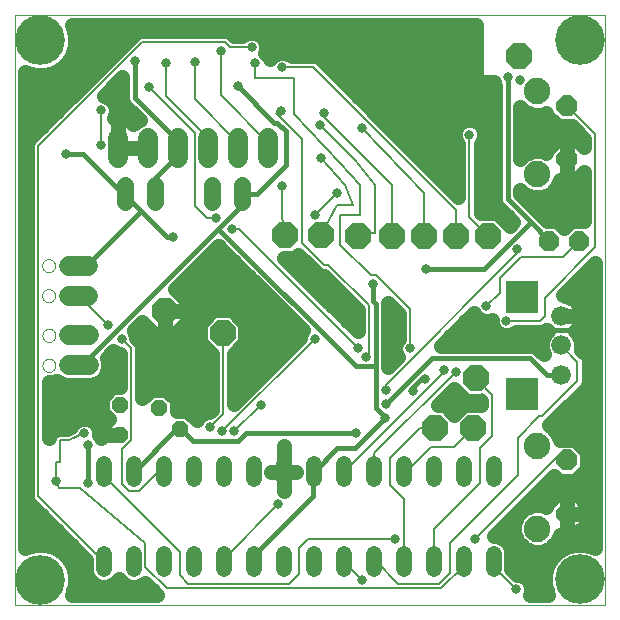
<source format=gtl>
G75*
%MOIN*%
%OFA0B0*%
%FSLAX24Y24*%
%IPPOS*%
%LPD*%
%AMOC8*
5,1,8,0,0,1.08239X$1,22.5*
%
%ADD10C,0.0000*%
%ADD11OC8,0.0850*%
%ADD12C,0.0520*%
%ADD13C,0.0560*%
%ADD14OC8,0.0660*%
%ADD15OC8,0.0700*%
%ADD16C,0.0885*%
%ADD17C,0.0660*%
%ADD18R,0.1102X0.1102*%
%ADD19C,0.0660*%
%ADD20C,0.0650*%
%ADD21OC8,0.0560*%
%ADD22OC8,0.0520*%
%ADD23C,0.0160*%
%ADD24C,0.0317*%
%ADD25C,0.0500*%
%ADD26C,0.0080*%
%ADD27C,0.1660*%
D10*
X000350Y000350D02*
X000350Y020035D01*
X020035Y020035D01*
X020035Y000350D01*
X000350Y000350D01*
X001267Y008344D02*
X001269Y008373D01*
X001275Y008401D01*
X001284Y008429D01*
X001297Y008455D01*
X001314Y008478D01*
X001333Y008500D01*
X001355Y008519D01*
X001380Y008534D01*
X001406Y008547D01*
X001434Y008555D01*
X001462Y008560D01*
X001491Y008561D01*
X001520Y008558D01*
X001548Y008551D01*
X001575Y008541D01*
X001601Y008527D01*
X001624Y008510D01*
X001645Y008490D01*
X001663Y008467D01*
X001678Y008442D01*
X001689Y008415D01*
X001697Y008387D01*
X001701Y008358D01*
X001701Y008330D01*
X001697Y008301D01*
X001689Y008273D01*
X001678Y008246D01*
X001663Y008221D01*
X001645Y008198D01*
X001624Y008178D01*
X001601Y008161D01*
X001575Y008147D01*
X001548Y008137D01*
X001520Y008130D01*
X001491Y008127D01*
X001462Y008128D01*
X001434Y008133D01*
X001406Y008141D01*
X001380Y008154D01*
X001355Y008169D01*
X001333Y008188D01*
X001314Y008210D01*
X001297Y008233D01*
X001284Y008259D01*
X001275Y008287D01*
X001269Y008315D01*
X001267Y008344D01*
X001267Y009344D02*
X001269Y009373D01*
X001275Y009401D01*
X001284Y009429D01*
X001297Y009455D01*
X001314Y009478D01*
X001333Y009500D01*
X001355Y009519D01*
X001380Y009534D01*
X001406Y009547D01*
X001434Y009555D01*
X001462Y009560D01*
X001491Y009561D01*
X001520Y009558D01*
X001548Y009551D01*
X001575Y009541D01*
X001601Y009527D01*
X001624Y009510D01*
X001645Y009490D01*
X001663Y009467D01*
X001678Y009442D01*
X001689Y009415D01*
X001697Y009387D01*
X001701Y009358D01*
X001701Y009330D01*
X001697Y009301D01*
X001689Y009273D01*
X001678Y009246D01*
X001663Y009221D01*
X001645Y009198D01*
X001624Y009178D01*
X001601Y009161D01*
X001575Y009147D01*
X001548Y009137D01*
X001520Y009130D01*
X001491Y009127D01*
X001462Y009128D01*
X001434Y009133D01*
X001406Y009141D01*
X001380Y009154D01*
X001355Y009169D01*
X001333Y009188D01*
X001314Y009210D01*
X001297Y009233D01*
X001284Y009259D01*
X001275Y009287D01*
X001269Y009315D01*
X001267Y009344D01*
X001259Y010670D02*
X001261Y010699D01*
X001267Y010727D01*
X001276Y010755D01*
X001289Y010781D01*
X001306Y010804D01*
X001325Y010826D01*
X001347Y010845D01*
X001372Y010860D01*
X001398Y010873D01*
X001426Y010881D01*
X001454Y010886D01*
X001483Y010887D01*
X001512Y010884D01*
X001540Y010877D01*
X001567Y010867D01*
X001593Y010853D01*
X001616Y010836D01*
X001637Y010816D01*
X001655Y010793D01*
X001670Y010768D01*
X001681Y010741D01*
X001689Y010713D01*
X001693Y010684D01*
X001693Y010656D01*
X001689Y010627D01*
X001681Y010599D01*
X001670Y010572D01*
X001655Y010547D01*
X001637Y010524D01*
X001616Y010504D01*
X001593Y010487D01*
X001567Y010473D01*
X001540Y010463D01*
X001512Y010456D01*
X001483Y010453D01*
X001454Y010454D01*
X001426Y010459D01*
X001398Y010467D01*
X001372Y010480D01*
X001347Y010495D01*
X001325Y010514D01*
X001306Y010536D01*
X001289Y010559D01*
X001276Y010585D01*
X001267Y010613D01*
X001261Y010641D01*
X001259Y010670D01*
X001259Y011670D02*
X001261Y011699D01*
X001267Y011727D01*
X001276Y011755D01*
X001289Y011781D01*
X001306Y011804D01*
X001325Y011826D01*
X001347Y011845D01*
X001372Y011860D01*
X001398Y011873D01*
X001426Y011881D01*
X001454Y011886D01*
X001483Y011887D01*
X001512Y011884D01*
X001540Y011877D01*
X001567Y011867D01*
X001593Y011853D01*
X001616Y011836D01*
X001637Y011816D01*
X001655Y011793D01*
X001670Y011768D01*
X001681Y011741D01*
X001689Y011713D01*
X001693Y011684D01*
X001693Y011656D01*
X001689Y011627D01*
X001681Y011599D01*
X001670Y011572D01*
X001655Y011547D01*
X001637Y011524D01*
X001616Y011504D01*
X001593Y011487D01*
X001567Y011473D01*
X001540Y011463D01*
X001512Y011456D01*
X001483Y011453D01*
X001454Y011454D01*
X001426Y011459D01*
X001398Y011467D01*
X001372Y011480D01*
X001347Y011495D01*
X001325Y011514D01*
X001306Y011536D01*
X001289Y011559D01*
X001276Y011585D01*
X001267Y011613D01*
X001261Y011641D01*
X001259Y011670D01*
D11*
X005350Y010143D03*
X007280Y009422D03*
X011781Y012670D03*
X012939Y012664D03*
X014000Y012659D03*
X015063Y012654D03*
X016128Y012653D03*
X010565Y012684D03*
X009367Y012677D03*
X015714Y007923D03*
X015630Y006269D03*
X014371Y006258D03*
X017168Y018666D03*
D12*
X016317Y005065D02*
X016317Y004545D01*
X015317Y004545D02*
X015317Y005065D01*
X014317Y005065D02*
X014317Y004545D01*
X013317Y004545D02*
X013317Y005065D01*
X012317Y005065D02*
X012317Y004545D01*
X011317Y004545D02*
X011317Y005065D01*
X010317Y005065D02*
X010317Y004545D01*
X009317Y004545D02*
X009317Y005065D01*
X008317Y005065D02*
X008317Y004545D01*
X007317Y004545D02*
X007317Y005065D01*
X006317Y005065D02*
X006317Y004545D01*
X005317Y004545D02*
X005317Y005065D01*
X004317Y005065D02*
X004317Y004545D01*
X003317Y004545D02*
X003317Y005065D01*
X003317Y002065D02*
X003317Y001545D01*
X004317Y001545D02*
X004317Y002065D01*
X005317Y002065D02*
X005317Y001545D01*
X006317Y001545D02*
X006317Y002065D01*
X007317Y002065D02*
X007317Y001545D01*
X008317Y001545D02*
X008317Y002065D01*
X009317Y002065D02*
X009317Y001545D01*
X010317Y001545D02*
X010317Y002065D01*
X011317Y002065D02*
X011317Y001545D01*
X012317Y001545D02*
X012317Y002065D01*
X013317Y002065D02*
X013317Y001545D01*
X014317Y001545D02*
X014317Y002065D01*
X015317Y002065D02*
X015317Y001545D01*
X016317Y001545D02*
X016317Y002065D01*
D13*
X007916Y013783D02*
X007916Y014343D01*
X006916Y014343D02*
X006916Y013783D01*
X005021Y013790D02*
X005021Y014350D01*
X004021Y014350D02*
X004021Y013790D01*
D14*
X018157Y012502D03*
X019157Y012502D03*
D15*
X018753Y015208D03*
X018753Y016988D03*
X018753Y005177D03*
X018753Y003397D03*
D16*
X017773Y002907D03*
X017773Y005667D03*
X017773Y014718D03*
X017773Y017478D03*
D17*
X018568Y009996D03*
X018568Y009011D03*
X018568Y008027D03*
D18*
X017268Y007397D03*
X017268Y010626D03*
D19*
X008804Y015259D02*
X008804Y015919D01*
X007804Y015919D02*
X007804Y015259D01*
X006804Y015259D02*
X006804Y015919D01*
X005804Y015919D02*
X005804Y015259D01*
X004804Y015259D02*
X004804Y015919D01*
X003804Y015919D02*
X003804Y015259D01*
D20*
X002801Y011670D02*
X002151Y011670D01*
X002151Y010670D02*
X002801Y010670D01*
X002809Y009344D02*
X002160Y009344D01*
X002160Y008344D02*
X002809Y008344D01*
D21*
X005153Y006930D03*
X005853Y006230D03*
D22*
X003849Y006030D03*
X003849Y007030D03*
D23*
X005736Y006224D02*
X005846Y006224D01*
X005853Y006230D01*
X005917Y006185D01*
X006279Y005822D01*
X007807Y005822D01*
X008067Y006082D01*
X011736Y006082D01*
X011689Y005578D02*
X011090Y005578D01*
X010319Y004807D01*
X010317Y004805D01*
X010287Y004728D01*
X010287Y004004D01*
X008319Y002035D01*
X008319Y001807D01*
X008317Y001805D01*
X004319Y004807D02*
X004317Y004805D01*
X004319Y004807D02*
X005736Y006224D01*
X002796Y005704D02*
X002796Y004434D01*
X002586Y008350D02*
X007137Y012901D01*
X011728Y008311D01*
X012397Y008311D01*
X012397Y010381D01*
X012287Y010492D01*
X012287Y011059D01*
X011051Y010578D02*
X010555Y010578D01*
X012720Y009500D02*
X012720Y009200D01*
X012988Y008933D01*
X013074Y008901D02*
X013074Y010137D01*
X013074Y008901D02*
X012870Y008696D01*
X012870Y008248D01*
X012397Y008311D02*
X012397Y006917D01*
X012657Y006657D01*
X012689Y006578D01*
X011689Y005578D01*
X012720Y007067D02*
X014248Y008594D01*
X017515Y008594D01*
X018082Y008027D01*
X018568Y008027D01*
X019854Y008736D02*
X019067Y009523D01*
X017941Y009523D01*
X017334Y008917D01*
X019854Y008736D02*
X019854Y003271D01*
X015917Y007256D02*
X014665Y007256D01*
X013901Y007901D02*
X013610Y007610D01*
X013610Y007500D01*
X013901Y007901D02*
X014019Y007901D01*
X014059Y011563D02*
X015988Y011563D01*
X017547Y013122D01*
X016783Y013885D01*
X016783Y017948D01*
X017185Y017854D02*
X017185Y017783D01*
X017185Y017783D01*
X017901Y015476D02*
X018053Y015498D01*
X017547Y013122D02*
X018161Y012507D01*
X018157Y012502D01*
X009381Y015027D02*
X008421Y014067D01*
X007917Y014067D01*
X007916Y014063D01*
X007885Y013988D01*
X007885Y013649D01*
X007137Y012901D01*
X005618Y012618D02*
X005437Y012618D01*
X004547Y013507D01*
X002712Y011673D01*
X002484Y011673D01*
X002476Y011670D01*
X004547Y013507D02*
X004051Y014004D01*
X004021Y014070D01*
X004019Y014074D01*
X003964Y014074D01*
X002633Y015405D01*
X002063Y015405D01*
X005027Y014578D02*
X005027Y014074D01*
X005021Y014070D01*
X005027Y014578D02*
X005767Y015319D01*
X005767Y015515D01*
X005804Y015589D01*
X005799Y015594D01*
X005799Y015822D01*
X004350Y017271D01*
X004350Y018476D01*
X007791Y017641D02*
X009004Y016429D01*
X009106Y016429D01*
X009381Y016153D01*
X009381Y015027D01*
X002586Y008350D02*
X002492Y008350D01*
X002484Y008344D01*
D24*
X003917Y009224D03*
X003460Y009681D03*
X008547Y007019D03*
X007673Y006145D03*
X007271Y006145D03*
X006870Y006303D03*
X002796Y005704D03*
X002665Y006082D03*
X002796Y004434D03*
X001712Y004484D03*
X009133Y003708D03*
X013027Y002555D03*
X011917Y001200D03*
X015704Y002555D03*
X017067Y000885D03*
X011736Y006082D03*
X012689Y006578D03*
X012720Y007067D03*
X012720Y007523D03*
X013610Y007500D03*
X014019Y007901D03*
X014641Y008193D03*
X015043Y008137D03*
X014665Y007256D03*
X015917Y007256D03*
X017334Y008917D03*
X016736Y009830D03*
X016074Y010326D03*
X014059Y011563D03*
X012287Y011059D03*
X011051Y010578D03*
X010555Y010578D03*
X012720Y009500D03*
X012988Y008933D03*
X013523Y008909D03*
X012870Y008248D03*
X012074Y008633D03*
X011799Y008933D03*
X010342Y009216D03*
X013074Y010137D03*
X017106Y012224D03*
X011100Y014082D03*
X010350Y013350D03*
X009271Y014334D03*
X010563Y015256D03*
X010531Y016342D03*
X010649Y016744D03*
X011909Y016271D03*
X012397Y017515D03*
X009263Y018279D03*
X008374Y018413D03*
X008248Y018941D03*
X007224Y018838D03*
X006350Y018460D03*
X005389Y018421D03*
X004350Y018476D03*
X004815Y017633D03*
X003224Y016850D03*
X003224Y015704D03*
X002063Y015405D03*
X007043Y013263D03*
X007594Y012901D03*
X005618Y012618D03*
X009210Y016815D03*
X007791Y017641D03*
X015507Y016035D03*
X016783Y017948D03*
X017185Y017854D03*
D25*
X016373Y017668D02*
X016373Y013804D01*
X016435Y013653D01*
X016967Y013122D01*
X016847Y013002D01*
X016440Y013408D01*
X015902Y013408D01*
X015877Y013432D01*
X015877Y015714D01*
X015922Y015758D01*
X015996Y015938D01*
X015996Y016132D01*
X015922Y016312D01*
X015784Y016449D01*
X015605Y016523D01*
X015410Y016523D01*
X015231Y016449D01*
X015093Y016312D01*
X015019Y016132D01*
X015019Y015938D01*
X015093Y015758D01*
X015137Y015714D01*
X015137Y013968D01*
X010512Y018593D01*
X010376Y018649D01*
X009584Y018649D01*
X009540Y018693D01*
X009361Y018768D01*
X009166Y018768D01*
X008987Y018693D01*
X008849Y018556D01*
X008846Y018548D01*
X008788Y018690D01*
X008706Y018771D01*
X008736Y018843D01*
X008736Y019038D01*
X008662Y019217D01*
X008524Y019355D01*
X008345Y019429D01*
X008150Y019429D01*
X007971Y019355D01*
X007927Y019311D01*
X007676Y019311D01*
X007656Y019331D01*
X007552Y019435D01*
X007416Y019492D01*
X004520Y019492D01*
X004385Y019435D01*
X000904Y015955D01*
X000800Y015851D01*
X000744Y015715D01*
X000744Y003930D01*
X000800Y003794D01*
X002727Y001867D01*
X002727Y001428D01*
X002817Y001211D01*
X002983Y001045D01*
X003200Y000955D01*
X003435Y000955D01*
X003651Y001045D01*
X003817Y001211D01*
X003983Y001045D01*
X004200Y000955D01*
X004435Y000955D01*
X004651Y001045D01*
X004703Y001096D01*
X005099Y000700D01*
X002251Y000700D01*
X002281Y000752D01*
X002360Y001047D01*
X002360Y001353D01*
X002281Y001648D01*
X002128Y001912D01*
X001912Y002128D01*
X001648Y002281D01*
X001353Y002360D01*
X001047Y002360D01*
X000752Y002281D01*
X000700Y002251D01*
X000700Y018125D01*
X000753Y018094D01*
X001048Y018015D01*
X001353Y018015D01*
X001648Y018094D01*
X001913Y018247D01*
X002129Y018463D01*
X002282Y018727D01*
X002361Y019022D01*
X002361Y019328D01*
X002282Y019623D01*
X002246Y019685D01*
X015738Y019685D01*
X015738Y017780D01*
X016324Y017781D01*
X016369Y017672D01*
X016373Y017668D01*
X016373Y017299D02*
X011806Y017299D01*
X012305Y016801D02*
X016373Y016801D01*
X017193Y016801D02*
X017390Y016801D01*
X017336Y016823D02*
X017620Y016706D01*
X017927Y016706D01*
X018073Y016766D01*
X018073Y016706D01*
X018472Y016308D01*
X018916Y016308D01*
X019319Y015905D01*
X019319Y015633D01*
X019043Y015908D01*
X018753Y015908D01*
X018463Y015908D01*
X018053Y015498D01*
X018053Y015438D01*
X017927Y015491D01*
X017620Y015491D01*
X017336Y015373D01*
X017193Y015230D01*
X017193Y016966D01*
X017336Y016823D01*
X017193Y016302D02*
X018922Y016302D01*
X018753Y015908D02*
X018753Y015208D01*
X018753Y015208D01*
X018753Y014508D01*
X018523Y014508D01*
X018428Y014280D01*
X018211Y014063D01*
X017927Y013946D01*
X017620Y013946D01*
X017336Y014063D01*
X017193Y014206D01*
X017193Y014055D01*
X017894Y013354D01*
X018087Y013162D01*
X018430Y013162D01*
X018657Y012935D01*
X018884Y013162D01*
X019319Y013162D01*
X019319Y014783D01*
X019043Y014508D01*
X018753Y014508D01*
X018753Y015208D01*
X018753Y015908D01*
X018753Y015804D02*
X018753Y015804D01*
X018359Y015804D02*
X017193Y015804D01*
X016373Y015804D02*
X015940Y015804D01*
X015926Y016302D02*
X016373Y016302D01*
X015089Y016302D02*
X012803Y016302D01*
X013302Y015804D02*
X015075Y015804D01*
X015137Y015305D02*
X013800Y015305D01*
X014299Y014807D02*
X015137Y014807D01*
X015137Y014308D02*
X014797Y014308D01*
X015877Y014308D02*
X016373Y014308D01*
X016373Y014807D02*
X015877Y014807D01*
X015877Y015305D02*
X016373Y015305D01*
X017193Y015305D02*
X017268Y015305D01*
X018753Y015305D02*
X018753Y015305D01*
X018753Y015208D02*
X018753Y015208D01*
X018753Y014807D02*
X018753Y014807D01*
X018440Y014308D02*
X019319Y014308D01*
X019319Y013810D02*
X017439Y013810D01*
X017937Y013311D02*
X019319Y013311D01*
X016778Y013311D02*
X016538Y013311D01*
X016373Y013810D02*
X015877Y013810D01*
X019148Y015804D02*
X019319Y015804D01*
X015738Y017798D02*
X011308Y017798D01*
X010809Y018296D02*
X015738Y018296D01*
X015738Y018795D02*
X008716Y018795D01*
X008586Y019293D02*
X015738Y019293D01*
X004804Y015589D02*
X004804Y015589D01*
X004124Y015589D01*
X003804Y015589D01*
X003804Y015589D01*
X004804Y015589D01*
X003804Y015589D02*
X003804Y015589D01*
X003804Y016599D01*
X003849Y016599D01*
X003937Y016587D01*
X004023Y016564D01*
X004105Y016530D01*
X004183Y016486D01*
X004253Y016431D01*
X004304Y016381D01*
X004355Y016431D01*
X004425Y016486D01*
X004503Y016530D01*
X004509Y016533D01*
X004002Y017039D01*
X003940Y017190D01*
X003940Y017944D01*
X003330Y017335D01*
X003501Y017264D01*
X003638Y017127D01*
X003712Y016947D01*
X003712Y016753D01*
X003641Y016579D01*
X003671Y016587D01*
X003759Y016599D01*
X003804Y016599D01*
X003804Y015589D01*
X003804Y015804D02*
X003804Y015804D01*
X003804Y016302D02*
X003804Y016302D01*
X003712Y016801D02*
X004241Y016801D01*
X003940Y017299D02*
X003416Y017299D01*
X003793Y017798D02*
X003940Y017798D01*
X003245Y018296D02*
X001962Y018296D01*
X002300Y018795D02*
X003744Y018795D01*
X004242Y019293D02*
X002361Y019293D01*
X002747Y017798D02*
X000700Y017798D01*
X000700Y017299D02*
X002248Y017299D01*
X001750Y016801D02*
X000700Y016801D01*
X000700Y016302D02*
X001251Y016302D01*
X000780Y015804D02*
X000700Y015804D01*
X000700Y015305D02*
X000744Y015305D01*
X000744Y014807D02*
X000700Y014807D01*
X000700Y014308D02*
X000744Y014308D01*
X000744Y013810D02*
X000700Y013810D01*
X000700Y013311D02*
X000744Y013311D01*
X000744Y012813D02*
X000700Y012813D01*
X000700Y012314D02*
X000744Y012314D01*
X000744Y011816D02*
X000700Y011816D01*
X000700Y011317D02*
X000744Y011317D01*
X000744Y010819D02*
X000700Y010819D01*
X000700Y010320D02*
X000744Y010320D01*
X000744Y009822D02*
X000700Y009822D01*
X000700Y009323D02*
X000744Y009323D01*
X000744Y008825D02*
X000700Y008825D01*
X000700Y008326D02*
X000744Y008326D01*
X000744Y007828D02*
X000700Y007828D01*
X001484Y007777D02*
X001597Y007777D01*
X001741Y007837D01*
X001789Y007789D01*
X002029Y007689D01*
X002939Y007689D01*
X003180Y007789D01*
X003364Y007973D01*
X003464Y008214D01*
X003464Y008474D01*
X003413Y008597D01*
X003633Y008817D01*
X003640Y008810D01*
X003820Y008736D01*
X003862Y008736D01*
X003862Y007620D01*
X003604Y007620D01*
X003259Y007274D01*
X003259Y006786D01*
X003500Y006544D01*
X003239Y006283D01*
X003239Y006030D01*
X003239Y005912D01*
X003210Y005981D01*
X003153Y006038D01*
X003153Y006179D01*
X003079Y006359D01*
X002942Y006496D01*
X002762Y006571D01*
X002568Y006571D01*
X002388Y006496D01*
X002251Y006359D01*
X002220Y006283D01*
X002083Y006220D01*
X001776Y006220D01*
X001640Y006164D01*
X001536Y006060D01*
X001484Y005933D01*
X001484Y007777D01*
X001718Y007828D02*
X001750Y007828D01*
X001484Y007329D02*
X003313Y007329D01*
X003259Y006831D02*
X001484Y006831D01*
X000744Y006831D02*
X000700Y006831D01*
X000700Y007329D02*
X000744Y007329D01*
X000700Y006332D02*
X000744Y006332D01*
X000744Y005834D02*
X000700Y005834D01*
X000700Y005335D02*
X000744Y005335D01*
X000744Y004837D02*
X000700Y004837D01*
X000700Y004338D02*
X000744Y004338D01*
X000700Y003840D02*
X000781Y003840D01*
X000700Y003341D02*
X001253Y003341D01*
X001752Y002843D02*
X000700Y002843D01*
X000700Y002344D02*
X000988Y002344D01*
X001412Y002344D02*
X002250Y002344D01*
X002167Y001846D02*
X002727Y001846D01*
X002761Y001347D02*
X002360Y001347D01*
X002307Y000849D02*
X004950Y000849D01*
X009317Y004161D02*
X009317Y004805D01*
X008907Y004805D01*
X008907Y004805D01*
X009317Y004805D01*
X009317Y004805D01*
X009317Y004805D01*
X009317Y004161D01*
X009317Y004161D01*
X009317Y004338D02*
X009317Y004338D01*
X009317Y004805D02*
X009317Y004805D01*
X009317Y005672D01*
X009317Y005672D01*
X009317Y004805D01*
X009317Y004805D01*
X009727Y004805D01*
X009727Y004805D01*
X009317Y004805D01*
X009317Y004837D02*
X009317Y004837D01*
X009317Y005335D02*
X009317Y005335D01*
X006909Y006865D02*
X006835Y006791D01*
X006773Y006791D01*
X006593Y006717D01*
X006456Y006579D01*
X006429Y006516D01*
X006105Y006840D01*
X005763Y006840D01*
X005763Y007182D01*
X005405Y007540D01*
X004900Y007540D01*
X004602Y007242D01*
X004602Y008983D01*
X004546Y009119D01*
X004405Y009259D01*
X004405Y009321D01*
X004331Y009501D01*
X004324Y009508D01*
X004606Y009790D01*
X005029Y009368D01*
X005350Y009368D01*
X005671Y009368D01*
X006125Y009822D01*
X006125Y010143D01*
X005350Y010143D01*
X005350Y010143D01*
X005350Y009368D01*
X005350Y010143D01*
X005350Y010143D01*
X006125Y010143D01*
X006125Y010464D01*
X005702Y010886D01*
X007137Y012321D01*
X009947Y009512D01*
X009928Y009493D01*
X009854Y009313D01*
X009854Y009251D01*
X007649Y007046D01*
X007649Y008723D01*
X008035Y009109D01*
X008035Y009735D01*
X007593Y010177D01*
X006967Y010177D01*
X006525Y009735D01*
X006525Y009109D01*
X006909Y008725D01*
X006909Y006865D01*
X006874Y006831D02*
X006114Y006831D01*
X005616Y007329D02*
X006909Y007329D01*
X007649Y007329D02*
X007932Y007329D01*
X007649Y007828D02*
X008430Y007828D01*
X008929Y008326D02*
X007649Y008326D01*
X006909Y008326D02*
X004602Y008326D01*
X004602Y007828D02*
X006909Y007828D01*
X006810Y008825D02*
X004602Y008825D01*
X004405Y009323D02*
X006525Y009323D01*
X006612Y009822D02*
X006124Y009822D01*
X006125Y010320D02*
X009139Y010320D01*
X009637Y009822D02*
X007948Y009822D01*
X008035Y009323D02*
X009858Y009323D01*
X009427Y008825D02*
X007750Y008825D01*
X005350Y009822D02*
X005350Y009822D01*
X005770Y010819D02*
X008640Y010819D01*
X008142Y011317D02*
X006133Y011317D01*
X006632Y011816D02*
X007643Y011816D01*
X007145Y012314D02*
X007130Y012314D01*
X009333Y011922D02*
X009680Y011922D01*
X009798Y012040D01*
X010351Y011487D01*
X010455Y011383D01*
X010591Y011326D01*
X010646Y011326D01*
X011775Y010197D01*
X011775Y009479D01*
X009333Y011922D01*
X009439Y011816D02*
X010023Y011816D01*
X009938Y011317D02*
X010655Y011317D01*
X010436Y010819D02*
X011154Y010819D01*
X010935Y010320D02*
X011652Y010320D01*
X011775Y009822D02*
X011433Y009822D01*
X012807Y009822D02*
X013153Y009822D01*
X013153Y010071D02*
X013153Y009230D01*
X013109Y009186D01*
X013035Y009006D01*
X013035Y008812D01*
X013109Y008632D01*
X013121Y008621D01*
X012807Y008307D01*
X012807Y010417D01*
X013153Y010071D01*
X012904Y010320D02*
X012807Y010320D01*
X012807Y009323D02*
X013153Y009323D01*
X013035Y008825D02*
X012807Y008825D01*
X012807Y008326D02*
X012826Y008326D01*
X014551Y009004D02*
X015642Y010095D01*
X015660Y010050D01*
X015798Y009912D01*
X015977Y009838D01*
X016172Y009838D01*
X016247Y009869D01*
X016247Y009733D01*
X016322Y009554D01*
X016459Y009416D01*
X016639Y009342D01*
X016833Y009342D01*
X017012Y009416D01*
X017057Y009460D01*
X017935Y009460D01*
X018071Y009517D01*
X018078Y009523D01*
X018112Y009489D01*
X018008Y009385D01*
X017908Y009143D01*
X017908Y008880D01*
X017977Y008712D01*
X017863Y008826D01*
X017748Y008942D01*
X017597Y009004D01*
X014551Y009004D01*
X014870Y009323D02*
X017982Y009323D01*
X017931Y008825D02*
X017865Y008825D01*
X019023Y009489D02*
X019080Y009546D01*
X019134Y009617D01*
X019179Y009694D01*
X019213Y009777D01*
X019236Y009863D01*
X019248Y009951D01*
X019248Y009996D01*
X019248Y010040D01*
X019236Y010129D01*
X019213Y010215D01*
X019179Y010297D01*
X019134Y010374D01*
X019080Y010445D01*
X019017Y010508D01*
X018946Y010562D01*
X018869Y010607D01*
X018787Y010641D01*
X018701Y010664D01*
X018612Y010676D01*
X018608Y010676D01*
X019685Y011752D01*
X019685Y002260D01*
X019627Y002293D01*
X019332Y002372D01*
X019027Y002372D01*
X018732Y002293D01*
X018467Y002140D01*
X018251Y001924D01*
X018099Y001660D01*
X018019Y001365D01*
X018019Y001060D01*
X018099Y000765D01*
X018136Y000700D01*
X017518Y000700D01*
X017555Y000788D01*
X017555Y000983D01*
X017481Y001162D01*
X017343Y001299D01*
X017164Y001374D01*
X017101Y001374D01*
X016907Y001568D01*
X016907Y002183D01*
X016817Y002399D01*
X016651Y002565D01*
X016435Y002655D01*
X016328Y002655D01*
X018321Y004648D01*
X018472Y004497D01*
X019035Y004497D01*
X019433Y004895D01*
X019433Y005459D01*
X019035Y005857D01*
X018531Y005857D01*
X018428Y006105D01*
X018211Y006322D01*
X018158Y006344D01*
X019315Y007501D01*
X019420Y007605D01*
X019476Y007741D01*
X019476Y008542D01*
X019420Y008678D01*
X019225Y008873D01*
X019228Y008880D01*
X019228Y009143D01*
X019127Y009385D01*
X019023Y009489D01*
X019153Y009323D02*
X019685Y009323D01*
X019685Y008825D02*
X019273Y008825D01*
X019476Y008326D02*
X019685Y008326D01*
X019685Y007828D02*
X019476Y007828D01*
X019685Y007329D02*
X019144Y007329D01*
X018645Y006831D02*
X019685Y006831D01*
X019685Y006332D02*
X018187Y006332D01*
X019059Y005834D02*
X019685Y005834D01*
X019685Y005335D02*
X019433Y005335D01*
X019375Y004837D02*
X019685Y004837D01*
X019685Y004338D02*
X018011Y004338D01*
X018463Y004097D02*
X018053Y003687D01*
X018053Y003627D01*
X017927Y003680D01*
X017620Y003680D01*
X017336Y003562D01*
X017118Y003345D01*
X017001Y003061D01*
X017001Y002753D01*
X017118Y002469D01*
X017336Y002252D01*
X017620Y002135D01*
X017927Y002135D01*
X018211Y002252D01*
X018428Y002469D01*
X018523Y002697D01*
X018753Y002697D01*
X018753Y003397D01*
X018753Y004097D01*
X018463Y004097D01*
X018753Y004097D02*
X018753Y003397D01*
X018753Y003397D01*
X018753Y003397D01*
X018753Y002697D01*
X019043Y002697D01*
X019453Y003107D01*
X019453Y003397D01*
X018753Y003397D01*
X019453Y003397D01*
X019453Y003687D01*
X019043Y004097D01*
X018753Y004097D01*
X018753Y003840D02*
X018753Y003840D01*
X018206Y003840D02*
X017512Y003840D01*
X017117Y003341D02*
X017014Y003341D01*
X017001Y002843D02*
X016515Y002843D01*
X016840Y002344D02*
X017244Y002344D01*
X016907Y001846D02*
X018206Y001846D01*
X018303Y002344D02*
X018921Y002344D01*
X019437Y002344D02*
X019685Y002344D01*
X019685Y002843D02*
X019189Y002843D01*
X018753Y002843D02*
X018753Y002843D01*
X018753Y003341D02*
X018753Y003341D01*
X018753Y003397D02*
X018753Y003397D01*
X019453Y003341D02*
X019685Y003341D01*
X019685Y003840D02*
X019301Y003840D01*
X018019Y001347D02*
X017229Y001347D01*
X017555Y000849D02*
X018076Y000849D01*
X014995Y006702D02*
X014684Y007013D01*
X014442Y007013D01*
X014999Y007570D01*
X015401Y007168D01*
X015886Y007168D01*
X015886Y007024D01*
X015318Y007024D01*
X014995Y006702D01*
X014866Y006831D02*
X015124Y006831D01*
X015240Y007329D02*
X014758Y007329D01*
X015368Y009822D02*
X016247Y009822D01*
X018568Y009996D02*
X019248Y009996D01*
X018568Y009996D01*
X018568Y009996D01*
X019225Y009822D02*
X019685Y009822D01*
X019685Y010320D02*
X019166Y010320D01*
X018751Y010819D02*
X019685Y010819D01*
X019685Y011317D02*
X019250Y011317D01*
X004689Y007329D02*
X004602Y007329D01*
X003862Y007828D02*
X003219Y007828D01*
X003464Y008326D02*
X003862Y008326D01*
X003288Y006332D02*
X003090Y006332D01*
X003239Y006030D02*
X003849Y006030D01*
X003239Y006030D01*
X003849Y006030D02*
X003849Y006030D01*
X002240Y006332D02*
X001484Y006332D01*
D26*
X001850Y005850D02*
X002165Y005850D01*
X002665Y006082D01*
X001850Y005850D02*
X001850Y005114D01*
X001712Y005114D01*
X001712Y004484D01*
X001823Y004247D01*
X002524Y004247D01*
X004704Y002425D01*
X004704Y001618D01*
X005413Y000909D01*
X014563Y000909D01*
X015311Y001657D01*
X015311Y001799D01*
X015317Y001805D01*
X014846Y001421D02*
X014846Y002421D01*
X017122Y004696D01*
X017122Y005925D01*
X017838Y006641D01*
X017933Y006641D01*
X019106Y007815D01*
X019106Y008468D01*
X018563Y009011D01*
X018568Y009011D01*
X017862Y009830D02*
X018011Y009980D01*
X018011Y010602D01*
X019689Y012279D01*
X019689Y016059D01*
X018759Y016988D01*
X018753Y016988D01*
X015507Y016035D02*
X015507Y013279D01*
X016130Y012657D01*
X016128Y012653D01*
X015063Y012654D02*
X015059Y012657D01*
X015059Y013523D01*
X010303Y018279D01*
X009263Y018279D01*
X009668Y017917D02*
X008374Y017917D01*
X008374Y018413D01*
X008248Y018941D02*
X007523Y018941D01*
X007342Y019122D01*
X004594Y019122D01*
X001114Y015641D01*
X001114Y004004D01*
X003311Y001807D01*
X003317Y001805D01*
X005854Y002114D02*
X005854Y001358D01*
X006137Y001074D01*
X009500Y001074D01*
X009830Y001405D01*
X009830Y002263D01*
X010122Y002555D01*
X013027Y002555D01*
X013311Y001807D02*
X013317Y001805D01*
X013311Y001807D02*
X013311Y003901D01*
X012846Y004366D01*
X012846Y005248D01*
X013854Y006256D01*
X014366Y006256D01*
X014371Y006258D01*
X014224Y005626D02*
X014980Y005626D01*
X015626Y006271D01*
X015630Y006269D01*
X016256Y006004D02*
X016256Y007374D01*
X015712Y007917D01*
X015714Y007923D01*
X015043Y008137D02*
X012319Y005413D01*
X012319Y004807D01*
X012317Y004805D01*
X011319Y004799D02*
X011317Y004805D01*
X011319Y004799D02*
X014641Y008122D01*
X014641Y008193D01*
X013523Y008909D02*
X013523Y010224D01*
X012405Y011342D01*
X012224Y011342D01*
X011193Y012374D01*
X011193Y013374D01*
X011850Y013374D01*
X011850Y014350D01*
X011193Y015098D01*
X009668Y016729D01*
X009668Y017917D01*
X009210Y016815D02*
X009074Y016752D01*
X009933Y015893D01*
X009933Y012429D01*
X010665Y011696D01*
X010799Y011696D01*
X012145Y010350D01*
X012145Y008704D01*
X012074Y008633D01*
X011799Y008933D02*
X007830Y012901D01*
X007594Y012901D01*
X007043Y013263D02*
X006752Y013263D01*
X006350Y013665D01*
X006350Y016098D01*
X004815Y017633D01*
X005389Y017326D02*
X006799Y015917D01*
X006799Y015594D01*
X006804Y015589D01*
X007799Y015594D02*
X007804Y015589D01*
X007799Y015594D02*
X007799Y015767D01*
X006350Y017216D01*
X006350Y018460D01*
X005389Y018421D02*
X005389Y017326D01*
X007224Y017342D02*
X008799Y015767D01*
X008799Y015594D01*
X008804Y015589D01*
X010531Y016342D02*
X011696Y015177D01*
X012350Y014350D01*
X012350Y012752D01*
X012196Y012752D01*
X011775Y012673D01*
X011781Y012670D01*
X012933Y012665D02*
X012939Y012664D01*
X012933Y012665D02*
X012933Y014342D01*
X010649Y016626D01*
X010649Y016744D01*
X011909Y016271D02*
X013996Y014094D01*
X013996Y012665D01*
X014000Y012659D01*
X016515Y011263D02*
X017216Y011964D01*
X018610Y011964D01*
X019153Y012507D01*
X019157Y012502D01*
X017106Y012224D02*
X017106Y012082D01*
X012720Y007696D01*
X012720Y007523D01*
X014224Y005626D02*
X013405Y004807D01*
X013319Y004807D01*
X013317Y004805D01*
X014319Y002893D02*
X015846Y004421D01*
X015846Y005594D01*
X016256Y006004D01*
X018437Y005287D02*
X018649Y005287D01*
X018752Y005185D01*
X018753Y005177D01*
X018437Y005287D02*
X015704Y002555D01*
X014319Y002893D02*
X014319Y001807D01*
X014317Y001805D01*
X014846Y001421D02*
X014500Y001074D01*
X013137Y001074D01*
X012413Y001799D01*
X012319Y001799D01*
X012317Y001805D01*
X011917Y001200D02*
X011319Y001799D01*
X011317Y001805D01*
X009133Y003708D02*
X007319Y001893D01*
X007319Y001807D01*
X007317Y001805D01*
X005854Y002114D02*
X003319Y004649D01*
X003319Y004799D01*
X003317Y004805D01*
X003933Y004389D02*
X003933Y005570D01*
X004232Y005870D01*
X004232Y008909D01*
X003917Y009224D01*
X003460Y009681D02*
X002476Y010665D01*
X002476Y010670D01*
X007279Y009421D02*
X007280Y009422D01*
X007279Y009421D02*
X007279Y006712D01*
X006870Y006303D01*
X007271Y006145D02*
X010342Y009216D01*
X008547Y007019D02*
X007673Y006145D01*
X005317Y004805D02*
X005311Y004799D01*
X005114Y004799D01*
X004476Y004161D01*
X004161Y004161D01*
X003933Y004389D01*
X016074Y010326D02*
X016515Y010767D01*
X016515Y011263D01*
X016736Y009830D02*
X017862Y009830D01*
X011608Y013689D02*
X011100Y013689D01*
X010563Y012689D01*
X010565Y012684D01*
X010350Y013350D02*
X011100Y014082D01*
X011358Y014350D02*
X011608Y013689D01*
X011358Y014350D02*
X010563Y015256D01*
X009271Y014334D02*
X009271Y013275D01*
X009366Y012681D01*
X009367Y012677D01*
X003224Y015704D02*
X003224Y016850D01*
X007224Y017342D02*
X007224Y018838D01*
X016317Y001805D02*
X016319Y001799D01*
X016319Y001633D01*
X017067Y000885D01*
D27*
X019179Y001212D03*
X001200Y001200D03*
X001201Y019175D03*
X019182Y019177D03*
M02*

</source>
